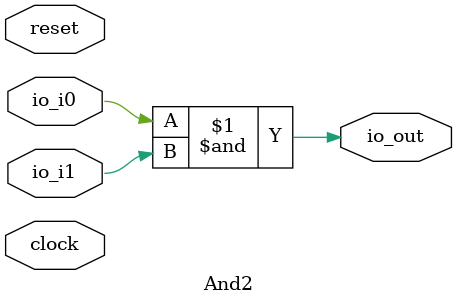
<source format=v>
module And2(
  input   clock,
  input   reset,
  input   io_i0,
  input   io_i1,
  output  io_out
);
  assign io_out = io_i0 & io_i1; // @[And2.scala 14:19]
endmodule

</source>
